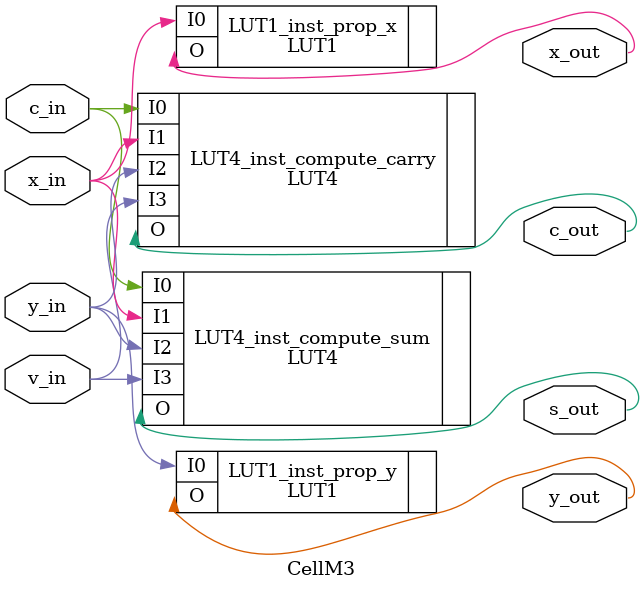
<source format=v>
/*

The MIT License (MIT)

Copyright (c) 2024 LeafLabs LLC

Permission is hereby granted, free of charge, to any person obtaining a copy
of this software and associated documentation files (the "Software"), to deal
in the Software without restriction, including without limitation the rights
to use, copy, modify, merge, publish, distribute, sublicense, and/or sell
copies of the Software, and to permit persons to whom the Software is
furnished to do so, subject to the following conditions:

The above copyright notice and this permission notice shall be included in all
copies or substantial portions of the Software.

THE SOFTWARE IS PROVIDED "AS IS", WITHOUT WARRANTY OF ANY KIND, EXPRESS OR
IMPLIED, INCLUDING BUT NOT LIMITED TO THE WARRANTIES OF MERCHANTABILITY,
FITNESS FOR A PARTICULAR PURPOSE AND NONINFRINGEMENT. IN NO EVENT SHALL THE
AUTHORS OR COPYRIGHT HOLDERS BE LIABLE FOR ANY CLAIM, DAMAGES OR OTHER
LIABILITY, WHETHER IN AN ACTION OF CONTRACT, TORT OR OTHERWISE, ARISING FROM,
OUT OF OR IN CONNECTION WITH THE SOFTWARE OR THE USE OR OTHER DEALINGS IN THE
SOFTWARE.

*/

`timescale 1ns / 1ps

(* DONT_TOUCH = "yes" *) module CellM3 (
    // Multiplier and multiplicand bits
    input  wire x_in,
    input  wire y_in,
    // Sum of previous partial product
    input  wire v_in,
    // Carry in
    input  wire c_in,
    // Sum out
    output wire s_out,
    // Carry out
    output wire c_out,
    // Propagate multiplier and multiplicand bits
    output wire x_out,
    output wire y_out
);

  //////////////////////////////////////////////////////////
  // Proigate x_in and y_in to output with 1 lut of delay
  //////////////////////////////////////////////////////////

  // LUT1: 1-input Look-Up Table with general output (Mapped to a LUT6)
  //       Artix-7
  // Xilinx HDL Language Template, version 2019.2
  (* DONT_TOUCH = "yes", BEL="A6LUT", RLOC="X0Y0" *)
  LUT1 #(
      .INIT(2'b10)  // Specify LUT Contents
  ) LUT1_inst_prop_x (
      .O (x_out),  // LUT general output
      .I0(x_in)    // LUT input
  );
  // End of LUT1_inst instantiation

  // LUT1: 1-input Look-Up Table with general output (Mapped to a LUT6)
  //       Artix-7
  // Xilinx HDL Language Template, version 2019.2
  (* DONT_TOUCH = "yes", BEL="B6LUT", RLOC="X0Y0" *)
  LUT1 #(
      .INIT(2'b10)  // Specify LUT Contents
  ) LUT1_inst_prop_y (
      .O (y_out),  // LUT general output
      .I0(y_in)    // LUT input
  );
  // End of LUT1_inst instantiation

  //////////////////////////////////////////////////////////
  // Compute sum
  //////////////////////////////////////////////////////////
  // LUT4: 4-input Look-Up Table with general output (Mapped to a LUT6)
  //       Artix-7
  // Xilinx HDL Language Template, version 2019.2
  (* DONT_TOUCH = "yes", BEL="C6LUT", RLOC="X0Y0" *)
  LUT4 #(
      .INIT(16'h956a)  // Specify LUT Contents
  ) LUT4_inst_compute_sum (
      .O (s_out),  // LUT general output
      .I0(c_in),   // LUT input
      .I1(x_in),   // LUT input
      .I2(y_in),   // LUT input
      .I3(v_in)    // LUT input
  );
  // End of LUT4_inst instantiation

  //////////////////////////////////////////////////////////
  // Compute carry
  //////////////////////////////////////////////////////////
  // LUT4: 4-input Look-Up Table with general output (Mapped to a LUT6)
  //       Artix-7
  // Xilinx HDL Language Template, version 2019.2
  (* DONT_TOUCH = "yes", BEL="D6LUT", RLOC="X0Y0" *)
  LUT4 #(
      .INIT(16'hbf2a)  // Specify LUT Contents
  ) LUT4_inst_compute_carry (
      .O (c_out),  // LUT general output
      .I0(c_in),   // LUT input
      .I1(x_in),   // LUT input
      .I2(y_in),   // LUT input
      .I3(v_in)    // LUT input
  );
  // End of LUT4_inst instantiation

endmodule


</source>
